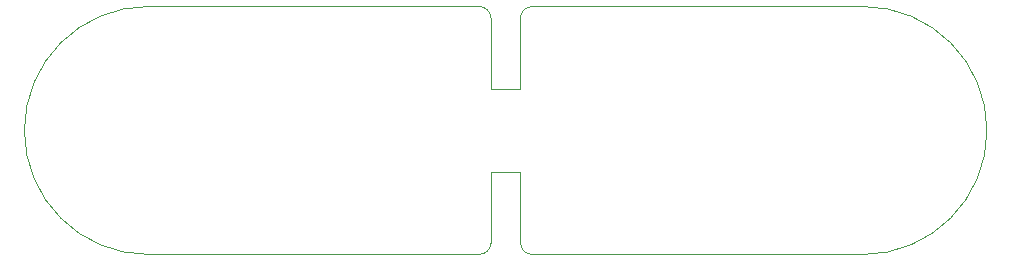
<source format=gbr>
%TF.GenerationSoftware,KiCad,Pcbnew,9.0.3*%
%TF.CreationDate,2025-07-21T22:41:49+05:30*%
%TF.ProjectId,ldr sensor.kicad_pc_boards,6c647220-7365-46e7-936f-722e6b696361,rev?*%
%TF.SameCoordinates,Original*%
%TF.FileFunction,Profile,NP*%
%FSLAX46Y46*%
G04 Gerber Fmt 4.6, Leading zero omitted, Abs format (unit mm)*
G04 Created by KiCad (PCBNEW 9.0.3) date 2025-07-21 22:41:49*
%MOMM*%
%LPD*%
G01*
G04 APERTURE LIST*
%TA.AperFunction,Profile*%
%ADD10C,0.050000*%
%TD*%
G04 APERTURE END LIST*
D10*
X142500000Y-93500000D02*
X142500000Y-99500000D01*
X140000000Y-93500000D02*
X142500000Y-93500000D01*
X140000000Y-99500000D02*
X140000000Y-93500000D01*
X142500000Y-86500000D02*
X142500000Y-80500000D01*
X140000000Y-86500000D02*
X142500000Y-86500000D01*
X140000000Y-80500000D02*
X140000000Y-86500000D01*
X111000000Y-100500000D02*
X139000000Y-100500000D01*
X139000000Y-79500000D02*
G75*
G02*
X140000000Y-80500000I0J-1000000D01*
G01*
X111000000Y-100500000D02*
G75*
G02*
X111000000Y-79500000I0J10500000D01*
G01*
X140000000Y-99500000D02*
G75*
G02*
X139000000Y-100500000I-1000000J0D01*
G01*
X139000000Y-79500000D02*
X111000000Y-79500000D01*
X143500000Y-100500000D02*
G75*
G02*
X142500000Y-99500000I0J1000000D01*
G01*
X143500000Y-100500000D02*
X171500000Y-100500000D01*
X142500000Y-80500000D02*
G75*
G02*
X143500000Y-79500000I1000000J0D01*
G01*
X171500000Y-79500000D02*
G75*
G02*
X171500000Y-100500000I0J-10500000D01*
G01*
X171500000Y-79500000D02*
X143500000Y-79500000D01*
M02*

</source>
